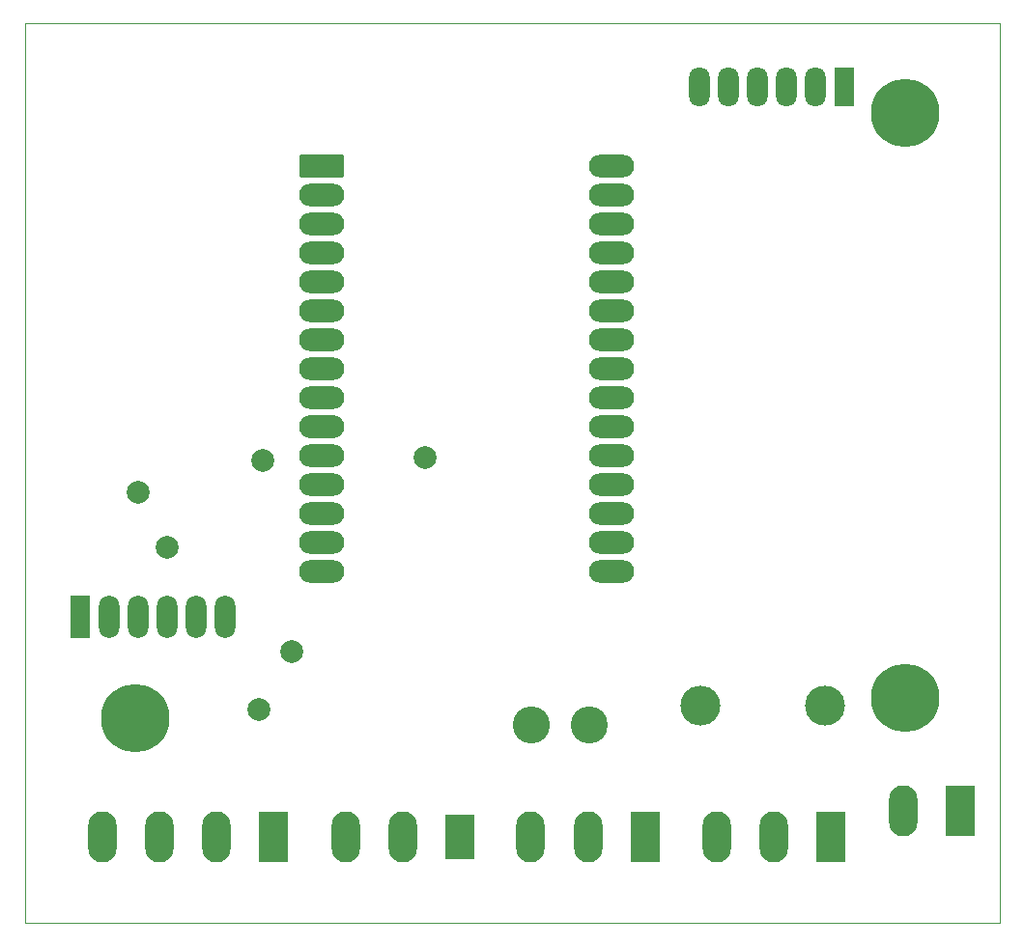
<source format=gbr>
%TF.GenerationSoftware,KiCad,Pcbnew,8.0.1*%
%TF.CreationDate,2024-04-13T21:14:02-05:00*%
%TF.ProjectId,Modulo_DEC,4d6f6475-6c6f-45f4-9445-432e6b696361,rev?*%
%TF.SameCoordinates,Original*%
%TF.FileFunction,Soldermask,Bot*%
%TF.FilePolarity,Negative*%
%FSLAX46Y46*%
G04 Gerber Fmt 4.6, Leading zero omitted, Abs format (unit mm)*
G04 Created by KiCad (PCBNEW 8.0.1) date 2024-04-13 21:14:02*
%MOMM*%
%LPD*%
G01*
G04 APERTURE LIST*
G04 Aperture macros list*
%AMRoundRect*
0 Rectangle with rounded corners*
0 $1 Rounding radius*
0 $2 $3 $4 $5 $6 $7 $8 $9 X,Y pos of 4 corners*
0 Add a 4 corners polygon primitive as box body*
4,1,4,$2,$3,$4,$5,$6,$7,$8,$9,$2,$3,0*
0 Add four circle primitives for the rounded corners*
1,1,$1+$1,$2,$3*
1,1,$1+$1,$4,$5*
1,1,$1+$1,$6,$7*
1,1,$1+$1,$8,$9*
0 Add four rect primitives between the rounded corners*
20,1,$1+$1,$2,$3,$4,$5,0*
20,1,$1+$1,$4,$5,$6,$7,0*
20,1,$1+$1,$6,$7,$8,$9,0*
20,1,$1+$1,$8,$9,$2,$3,0*%
G04 Aperture macros list end*
%ADD10RoundRect,0.102000X-1.875000X-0.900000X1.875000X-0.900000X1.875000X0.900000X-1.875000X0.900000X0*%
%ADD11O,3.954000X2.004000*%
%ADD12O,3.954000X2.054000*%
%ADD13C,3.250000*%
%ADD14O,3.250000X3.250000*%
%ADD15C,6.000000*%
%ADD16R,2.500000X4.500000*%
%ADD17O,2.500000X4.500000*%
%ADD18R,2.500000X3.960000*%
%ADD19C,3.500000*%
%ADD20O,3.500000X3.500000*%
%ADD21R,1.800000X3.500000*%
%ADD22O,1.800000X3.500000*%
%ADD23R,1.800000X3.750000*%
%ADD24O,1.800000X3.750000*%
%ADD25C,2.000000*%
%TA.AperFunction,Profile*%
%ADD26C,0.100000*%
%TD*%
G04 APERTURE END LIST*
D10*
%TO.C,U1*%
X128866000Y-35646000D03*
D11*
X128866000Y-38186000D03*
X128866000Y-40726000D03*
X128866000Y-43266000D03*
X128866000Y-45806000D03*
X128866000Y-48346000D03*
X128866000Y-50886000D03*
X128866000Y-53426000D03*
X128866000Y-55966000D03*
D12*
X128866000Y-58506000D03*
D11*
X128866000Y-61046000D03*
X128866000Y-63586000D03*
X128866000Y-66126000D03*
X128866000Y-68666000D03*
X128866000Y-71206000D03*
X154266000Y-71206000D03*
X154266000Y-68666000D03*
X154266000Y-66126000D03*
X154266000Y-63586000D03*
X154266000Y-61046000D03*
X154266000Y-58506000D03*
X154266000Y-55966000D03*
X154266000Y-53426000D03*
X154266000Y-50886000D03*
X154266000Y-48346000D03*
X154266000Y-45806000D03*
X154266000Y-43266000D03*
X154266000Y-40726000D03*
X154266000Y-38186000D03*
X154266000Y-35646000D03*
%TD*%
D13*
%TO.C,R1*%
X152350000Y-84670000D03*
D14*
X147270000Y-84670000D03*
%TD*%
D15*
%TO.C,H3*%
X180000000Y-31000000D03*
%TD*%
D16*
%TO.C,J4*%
X173510000Y-94488000D03*
D17*
X168510000Y-94488000D03*
X163510000Y-94488000D03*
%TD*%
D18*
%TO.C,J2*%
X140975000Y-94478000D03*
D17*
X135975000Y-94478000D03*
X130975000Y-94478000D03*
%TD*%
D19*
%TO.C,R2*%
X173000000Y-83000000D03*
D20*
X162078000Y-83000000D03*
%TD*%
D16*
%TO.C,J5*%
X184883000Y-92202000D03*
D17*
X179883000Y-92202000D03*
%TD*%
D21*
%TO.C,RTC1*%
X174660000Y-28702000D03*
D22*
X172120000Y-28702000D03*
X169580000Y-28702000D03*
X167040000Y-28702000D03*
X164500000Y-28702000D03*
X161960000Y-28702000D03*
%TD*%
D15*
%TO.C,H1*%
X112525000Y-84050000D03*
%TD*%
D16*
%TO.C,J1*%
X124690000Y-94488000D03*
D17*
X119690000Y-94488000D03*
X114690000Y-94488000D03*
X109690000Y-94488000D03*
%TD*%
D16*
%TO.C,J3*%
X157225000Y-94478000D03*
D17*
X152225000Y-94478000D03*
X147225000Y-94478000D03*
%TD*%
D23*
%TO.C,SDModule1*%
X107700000Y-75230000D03*
D24*
X110240000Y-75230000D03*
X112780000Y-75230000D03*
X115320000Y-75230000D03*
X117860000Y-75230000D03*
X120400000Y-75230000D03*
%TD*%
D15*
%TO.C,H2*%
X180000000Y-82296000D03*
%TD*%
D25*
X137922000Y-61214000D03*
X123400000Y-83312000D03*
X126238000Y-78232000D03*
X115316000Y-69088000D03*
X123698000Y-61468000D03*
X112776000Y-64262000D03*
D26*
X102890000Y-23100000D02*
X188300000Y-23100000D01*
X188300000Y-102040000D01*
X102890000Y-102040000D01*
X102890000Y-23100000D01*
M02*

</source>
